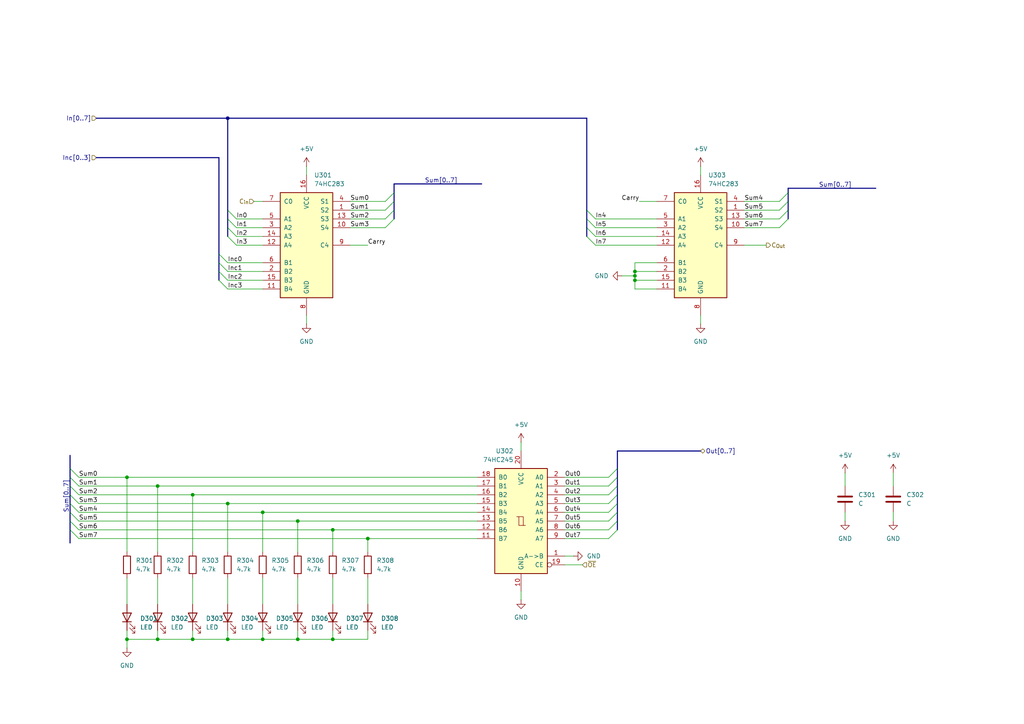
<source format=kicad_sch>
(kicad_sch (version 20231120) (generator "eeschema") (generator_version "8.0")
  (paper "A4")
  (lib_symbols
    (symbol "74xx:74HC245" (pin_names (offset 1.016))
      (property "Reference" "U" (at -7.62 16.51 0))
      (property "Value" "74HC245" (at -7.62 -16.51 0))
      (symbol "74HC245_1_0"
        (polyline (pts (xy -0.635 -1.27) (xy -0.635 1.27) (xy 0.635 1.27)))
        (polyline (pts (xy -1.27 -1.27) (xy 0.635 -1.27) (xy 0.635 1.27) (xy 1.27 1.27)))
        (pin input line (at -12.7 -10.16 0) (length 5.08) (name "A->B") (number "1"))
        (pin power_in line (at 0 -20.32 90) (length 5.08) (name "GND") (number "10"))
        (pin tri_state line (at 12.7 -5.08 180) (length 5.08) (name "B7") (number "11"))
        (pin tri_state line (at 12.7 -2.54 180) (length 5.08) (name "B6") (number "12"))
        (pin tri_state line (at 12.7 0 180) (length 5.08) (name "B5") (number "13"))
        (pin tri_state line (at 12.7 2.54 180) (length 5.08) (name "B4") (number "14"))
        (pin tri_state line (at 12.7 5.08 180) (length 5.08) (name "B3") (number "15"))
        (pin tri_state line (at 12.7 7.62 180) (length 5.08) (name "B2") (number "16"))
        (pin tri_state line (at 12.7 10.16 180) (length 5.08) (name "B1") (number "17"))
        (pin tri_state line (at 12.7 12.7 180) (length 5.08) (name "B0") (number "18"))
        (pin input inverted (at -12.7 -12.7 0) (length 5.08) (name "CE") (number "19"))
        (pin tri_state line (at -12.7 12.7 0) (length 5.08) (name "A0") (number "2"))
        (pin power_in line (at 0 20.32 270) (length 5.08) (name "VCC") (number "20"))
        (pin tri_state line (at -12.7 10.16 0) (length 5.08) (name "A1") (number "3"))
        (pin tri_state line (at -12.7 7.62 0) (length 5.08) (name "A2") (number "4"))
        (pin tri_state line (at -12.7 5.08 0) (length 5.08) (name "A3") (number "5"))
        (pin tri_state line (at -12.7 2.54 0) (length 5.08) (name "A4") (number "6"))
        (pin tri_state line (at -12.7 0 0) (length 5.08) (name "A5") (number "7"))
        (pin tri_state line (at -12.7 -2.54 0) (length 5.08) (name "A6") (number "8"))
        (pin tri_state line (at -12.7 -5.08 0) (length 5.08) (name "A7") (number "9"))
      )
      (symbol "74HC245_1_1"
        (rectangle (start -7.62 15.24) (end 7.62 -15.24) (stroke (width 0.254)) (fill (type background)))
      )
    )
    (symbol "74xx:74LS283" (pin_names (offset 1.016))
      (property "Reference" "U" (at -7.62 16.51 0))
      (property "Value" "74LS283" (at -7.62 -16.51 0))
      (symbol "74LS283_1_0"
        (pin output line (at 12.7 10.16 180) (length 5.08) (name "S2") (number "1"))
        (pin output line (at 12.7 5.08 180) (length 5.08) (name "S4") (number "10"))
        (pin input line (at -12.7 -12.7 0) (length 5.08) (name "B4") (number "11"))
        (pin input line (at -12.7 0 0) (length 5.08) (name "A4") (number "12"))
        (pin output line (at 12.7 7.62 180) (length 5.08) (name "S3") (number "13"))
        (pin input line (at -12.7 2.54 0) (length 5.08) (name "A3") (number "14"))
        (pin input line (at -12.7 -10.16 0) (length 5.08) (name "B3") (number "15"))
        (pin power_in line (at 0 20.32 270) (length 5.08) (name "VCC") (number "16"))
        (pin input line (at -12.7 -7.62 0) (length 5.08) (name "B2") (number "2"))
        (pin input line (at -12.7 5.08 0) (length 5.08) (name "A2") (number "3"))
        (pin output line (at 12.7 12.7 180) (length 5.08) (name "S1") (number "4"))
        (pin input line (at -12.7 7.62 0) (length 5.08) (name "A1") (number "5"))
        (pin input line (at -12.7 -5.08 0) (length 5.08) (name "B1") (number "6"))
        (pin input line (at -12.7 12.7 0) (length 5.08) (name "C0") (number "7"))
        (pin power_in line (at 0 -20.32 90) (length 5.08) (name "GND") (number "8"))
        (pin output line (at 12.7 0 180) (length 5.08) (name "C4") (number "9"))
      )
      (symbol "74LS283_1_1"
        (rectangle (start -7.62 15.24) (end 7.62 -15.24) (stroke (width 0.254)) (fill (type background)))
      )
    )
    (symbol "Device:C" (pin_numbers hide) (pin_names (offset 0.254))
      (property "Reference" "C" (at 0.635 2.54 0))
      (property "Value" "C" (at 0.635 -2.54 0))
      (symbol "C_0_1"
        (polyline (pts (xy -2.032 -0.762) (xy 2.032 -0.762)) (stroke (width 0.508)))
        (polyline (pts (xy -2.032 0.762) (xy 2.032 0.762)) (stroke (width 0.508)))
      )
      (symbol "C_1_1"
        (pin passive line (at 0 3.81 270) (length 2.794) (name "~") (number "1"))
        (pin passive line (at 0 -3.81 90) (length 2.794) (name "~") (number "2"))
      )
    )
    (symbol "Device:LED" (pin_numbers hide) (pin_names (offset 1.016) hide)
      (property "Reference" "D" (at 0 2.54 0))
      (property "Value" "LED" (at 0 -2.54 0))
      (symbol "LED_0_1"
        (polyline (pts (xy -1.27 -1.27) (xy -1.27 1.27)) (stroke (width 0.254)))
        (polyline (pts (xy -1.27 0) (xy 1.27 0)))
        (polyline (pts (xy 1.27 -1.27) (xy 1.27 1.27) (xy -1.27 0) (xy 1.27 -1.27)) (stroke (width 0.254)))
        (polyline (pts (xy -3.048 -0.762) (xy -4.572 -2.286) (xy -3.81 -2.286) (xy -4.572 -2.286) (xy -4.572 -1.524)))
        (polyline (pts (xy -1.778 -0.762) (xy -3.302 -2.286) (xy -2.54 -2.286) (xy -3.302 -2.286) (xy -3.302 -1.524)))
      )
      (symbol "LED_1_1"
        (pin passive line (at -3.81 0 0) (length 2.54) (name "K") (number "1"))
        (pin passive line (at 3.81 0 180) (length 2.54) (name "A") (number "2"))
      )
    )
    (symbol "Device:R" (pin_numbers hide) (pin_names (offset 0))
      (property "Reference" "R" (at 2.032 0 90))
      (property "Value" "R" (at 0 0 90))
      (symbol "R_0_1"
        (rectangle (start -1.016 -2.54) (end 1.016 2.54) (stroke (width 0.254)))
      )
      (symbol "R_1_1"
        (pin passive line (at 0 3.81 270) (length 1.27) (name "~") (number "1"))
        (pin passive line (at 0 -3.81 90) (length 1.27) (name "~") (number "2"))
      )
    )
    (symbol "power:+5V" (power) (pin_numbers hide) (pin_names (offset 0) hide)
      (property "Value" "+5V" (at 0 3.556 0))
      (symbol "+5V_0_1"
        (polyline (pts (xy -0.762 1.27) (xy 0 2.54)))
        (polyline (pts (xy 0 0) (xy 0 2.54)))
        (polyline (pts (xy 0 2.54) (xy 0.762 1.27)))
      )
      (symbol "+5V_1_1"
        (pin power_in line (at 0 0 90) (length 0) (name "~") (number "1"))
      )
    )
    (symbol "power:GND" (power) (pin_numbers hide) (pin_names (offset 0) hide)
      (property "Value" "GND" (at 0 -3.81 0))
      (symbol "GND_0_1"
        (polyline (pts (xy 0 0) (xy 0 -1.27) (xy 1.27 -1.27) (xy 0 -2.54) (xy -1.27 -1.27) (xy 0 -1.27)))
      )
      (symbol "GND_1_1"
        (pin power_in line (at 0 0 270) (length 0) (name "~") (number "1"))
      )
    )
  )
  (junction (at 96.52 185.42))
  (junction (at 184.15 78.74))
  (junction (at 55.88 143.51))
  (junction (at 55.88 185.42))
  (junction (at 76.2 185.42))
  (junction (at 66.04 34.29))
  (junction (at 184.15 81.28))
  (junction (at 106.68 156.21))
  (junction (at 184.15 80.01))
  (junction (at 86.36 151.13))
  (junction (at 45.72 185.42))
  (junction (at 66.04 185.42))
  (junction (at 36.83 185.42))
  (junction (at 66.04 146.05))
  (junction (at 36.83 138.43))
  (junction (at 86.36 185.42))
  (junction (at 45.72 140.97))
  (junction (at 96.52 153.67))
  (junction (at 76.2 148.59))
  (bus_entry (at 179.07 143.51) (size -2.54 2.54))
  (bus_entry (at 66.04 66.04) (size 2.54 2.54))
  (bus_entry (at 114.3 63.5) (size -2.54 2.54))
  (bus_entry (at 179.07 151.13) (size -2.54 2.54))
  (bus_entry (at 66.04 63.5) (size 2.54 2.54))
  (bus_entry (at 20.32 138.43) (size 2.54 2.54))
  (bus_entry (at 114.3 55.88) (size -2.54 2.54))
  (bus_entry (at 228.6 60.96) (size -2.54 2.54))
  (bus_entry (at 170.18 63.5) (size 2.54 2.54))
  (bus_entry (at 170.18 68.58) (size 2.54 2.54))
  (bus_entry (at 20.32 140.97) (size 2.54 2.54))
  (bus_entry (at 20.32 135.89) (size 2.54 2.54))
  (bus_entry (at 228.6 63.5) (size -2.54 2.54))
  (bus_entry (at 179.07 140.97) (size -2.54 2.54))
  (bus_entry (at 114.3 60.96) (size -2.54 2.54))
  (bus_entry (at 179.07 138.43) (size -2.54 2.54))
  (bus_entry (at 66.04 68.58) (size 2.54 2.54))
  (bus_entry (at 20.32 148.59) (size 2.54 2.54))
  (bus_entry (at 114.3 58.42) (size -2.54 2.54))
  (bus_entry (at 63.5 73.66) (size 2.54 2.54))
  (bus_entry (at 20.32 143.51) (size 2.54 2.54))
  (bus_entry (at 20.32 153.67) (size 2.54 2.54))
  (bus_entry (at 228.6 55.88) (size -2.54 2.54))
  (bus_entry (at 20.32 146.05) (size 2.54 2.54))
  (bus_entry (at 170.18 60.96) (size 2.54 2.54))
  (bus_entry (at 63.5 78.74) (size 2.54 2.54))
  (bus_entry (at 179.07 146.05) (size -2.54 2.54))
  (bus_entry (at 179.07 135.89) (size -2.54 2.54))
  (bus_entry (at 179.07 148.59) (size -2.54 2.54))
  (bus_entry (at 63.5 81.28) (size 2.54 2.54))
  (bus_entry (at 63.5 76.2) (size 2.54 2.54))
  (bus_entry (at 20.32 151.13) (size 2.54 2.54))
  (bus_entry (at 170.18 66.04) (size 2.54 2.54))
  (bus_entry (at 66.04 60.96) (size 2.54 2.54))
  (bus_entry (at 179.07 153.67) (size -2.54 2.54))
  (bus_entry (at 228.6 58.42) (size -2.54 2.54))
  (bus (pts (xy 170.18 60.96) (xy 170.18 63.5)))
  (bus (pts (xy 66.04 34.29) (xy 170.18 34.29)))
  (wire (pts (xy 184.15 76.2) (xy 184.15 78.74)))
  (wire (pts (xy 101.6 58.42) (xy 111.76 58.42)))
  (wire (pts (xy 66.04 83.82) (xy 76.2 83.82)))
  (wire (pts (xy 215.9 60.96) (xy 226.06 60.96)))
  (wire (pts (xy 184.15 78.74) (xy 184.15 80.01)))
  (bus (pts (xy 179.07 143.51) (xy 179.07 146.05)))
  (wire (pts (xy 96.52 153.67) (xy 96.52 160.02)))
  (wire (pts (xy 184.15 81.28) (xy 184.15 83.82)))
  (wire (pts (xy 76.2 148.59) (xy 76.2 160.02)))
  (wire (pts (xy 101.6 66.04) (xy 111.76 66.04)))
  (bus (pts (xy 66.04 66.04) (xy 66.04 68.58)))
  (wire (pts (xy 66.04 76.2) (xy 76.2 76.2)))
  (bus (pts (xy 179.07 130.81) (xy 179.07 135.89)))
  (wire (pts (xy 36.83 138.43) (xy 138.43 138.43)))
  (wire (pts (xy 73.66 58.42) (xy 76.2 58.42)))
  (bus (pts (xy 228.6 55.88) (xy 228.6 58.42)))
  (wire (pts (xy 22.86 138.43) (xy 36.83 138.43)))
  (wire (pts (xy 22.86 143.51) (xy 55.88 143.51)))
  (wire (pts (xy 45.72 140.97) (xy 138.43 140.97)))
  (bus (pts (xy 20.32 140.97) (xy 20.32 143.51)))
  (wire (pts (xy 163.83 156.21) (xy 176.53 156.21)))
  (wire (pts (xy 55.88 167.64) (xy 55.88 175.26)))
  (wire (pts (xy 184.15 80.01) (xy 184.15 81.28)))
  (wire (pts (xy 106.68 185.42) (xy 106.68 182.88)))
  (bus (pts (xy 20.32 138.43) (xy 20.32 140.97)))
  (wire (pts (xy 185.42 58.42) (xy 190.5 58.42)))
  (bus (pts (xy 228.6 60.96) (xy 228.6 63.5)))
  (wire (pts (xy 36.83 185.42) (xy 45.72 185.42)))
  (bus (pts (xy 63.5 45.72) (xy 63.5 73.66)))
  (bus (pts (xy 228.6 58.42) (xy 228.6 60.96)))
  (wire (pts (xy 203.2 48.26) (xy 203.2 50.8)))
  (wire (pts (xy 96.52 153.67) (xy 138.43 153.67)))
  (wire (pts (xy 96.52 167.64) (xy 96.52 175.26)))
  (wire (pts (xy 86.36 182.88) (xy 86.36 185.42)))
  (bus (pts (xy 27.94 34.29) (xy 66.04 34.29)))
  (wire (pts (xy 245.11 148.59) (xy 245.11 151.13)))
  (wire (pts (xy 88.9 91.44) (xy 88.9 93.98)))
  (bus (pts (xy 179.07 148.59) (xy 179.07 151.13)))
  (wire (pts (xy 86.36 151.13) (xy 138.43 151.13)))
  (wire (pts (xy 163.83 151.13) (xy 176.53 151.13)))
  (bus (pts (xy 179.07 146.05) (xy 179.07 148.59)))
  (wire (pts (xy 45.72 140.97) (xy 45.72 160.02)))
  (bus (pts (xy 20.32 151.13) (xy 20.32 153.67)))
  (wire (pts (xy 66.04 146.05) (xy 66.04 160.02)))
  (wire (pts (xy 163.83 138.43) (xy 176.53 138.43)))
  (wire (pts (xy 172.72 66.04) (xy 190.5 66.04)))
  (wire (pts (xy 36.83 185.42) (xy 36.83 187.96)))
  (bus (pts (xy 179.07 135.89) (xy 179.07 138.43)))
  (bus (pts (xy 254 54.61) (xy 228.6 54.61)))
  (wire (pts (xy 172.72 63.5) (xy 190.5 63.5)))
  (wire (pts (xy 245.11 137.16) (xy 245.11 140.97)))
  (wire (pts (xy 101.6 71.12) (xy 106.68 71.12)))
  (wire (pts (xy 66.04 182.88) (xy 66.04 185.42)))
  (bus (pts (xy 170.18 66.04) (xy 170.18 68.58)))
  (wire (pts (xy 68.58 71.12) (xy 76.2 71.12)))
  (wire (pts (xy 168.91 163.83) (xy 163.83 163.83)))
  (wire (pts (xy 215.9 58.42) (xy 226.06 58.42)))
  (wire (pts (xy 66.04 167.64) (xy 66.04 175.26)))
  (bus (pts (xy 228.6 54.61) (xy 228.6 55.88)))
  (wire (pts (xy 163.83 146.05) (xy 176.53 146.05)))
  (wire (pts (xy 66.04 146.05) (xy 138.43 146.05)))
  (wire (pts (xy 184.15 83.82) (xy 190.5 83.82)))
  (wire (pts (xy 215.9 66.04) (xy 226.06 66.04)))
  (wire (pts (xy 76.2 167.64) (xy 76.2 175.26)))
  (wire (pts (xy 36.83 167.64) (xy 36.83 175.26)))
  (wire (pts (xy 163.83 153.67) (xy 176.53 153.67)))
  (bus (pts (xy 203.2 130.81) (xy 179.07 130.81)))
  (wire (pts (xy 22.86 151.13) (xy 86.36 151.13)))
  (bus (pts (xy 170.18 63.5) (xy 170.18 66.04)))
  (wire (pts (xy 76.2 182.88) (xy 76.2 185.42)))
  (wire (pts (xy 55.88 182.88) (xy 55.88 185.42)))
  (wire (pts (xy 163.83 161.29) (xy 166.37 161.29)))
  (bus (pts (xy 27.94 45.72) (xy 63.5 45.72)))
  (bus (pts (xy 170.18 34.29) (xy 170.18 60.96)))
  (wire (pts (xy 45.72 167.64) (xy 45.72 175.26)))
  (bus (pts (xy 179.07 140.97) (xy 179.07 143.51)))
  (bus (pts (xy 66.04 34.29) (xy 66.04 60.96)))
  (wire (pts (xy 106.68 156.21) (xy 106.68 160.02)))
  (bus (pts (xy 179.07 138.43) (xy 179.07 140.97)))
  (wire (pts (xy 86.36 185.42) (xy 96.52 185.42)))
  (wire (pts (xy 22.86 140.97) (xy 45.72 140.97)))
  (bus (pts (xy 20.32 146.05) (xy 20.32 148.59)))
  (wire (pts (xy 106.68 167.64) (xy 106.68 175.26)))
  (wire (pts (xy 36.83 182.88) (xy 36.83 185.42)))
  (bus (pts (xy 20.32 148.59) (xy 20.32 151.13)))
  (bus (pts (xy 114.3 53.34) (xy 114.3 55.88)))
  (wire (pts (xy 55.88 185.42) (xy 66.04 185.42)))
  (wire (pts (xy 163.83 140.97) (xy 176.53 140.97)))
  (wire (pts (xy 259.08 148.59) (xy 259.08 151.13)))
  (wire (pts (xy 36.83 138.43) (xy 36.83 160.02)))
  (wire (pts (xy 22.86 156.21) (xy 106.68 156.21)))
  (wire (pts (xy 68.58 66.04) (xy 76.2 66.04)))
  (wire (pts (xy 172.72 71.12) (xy 190.5 71.12)))
  (bus (pts (xy 179.07 151.13) (xy 179.07 153.67)))
  (bus (pts (xy 139.7 53.34) (xy 114.3 53.34)))
  (wire (pts (xy 22.86 146.05) (xy 66.04 146.05)))
  (wire (pts (xy 172.72 68.58) (xy 190.5 68.58)))
  (bus (pts (xy 63.5 73.66) (xy 63.5 76.2)))
  (wire (pts (xy 215.9 71.12) (xy 222.25 71.12)))
  (wire (pts (xy 215.9 63.5) (xy 226.06 63.5)))
  (bus (pts (xy 66.04 60.96) (xy 66.04 63.5)))
  (wire (pts (xy 76.2 185.42) (xy 86.36 185.42)))
  (wire (pts (xy 45.72 185.42) (xy 55.88 185.42)))
  (wire (pts (xy 190.5 76.2) (xy 184.15 76.2)))
  (wire (pts (xy 68.58 63.5) (xy 76.2 63.5)))
  (wire (pts (xy 76.2 148.59) (xy 138.43 148.59)))
  (wire (pts (xy 86.36 167.64) (xy 86.36 175.26)))
  (bus (pts (xy 20.32 153.67) (xy 20.32 157.48)))
  (bus (pts (xy 20.32 135.89) (xy 20.32 138.43)))
  (bus (pts (xy 20.32 132.08) (xy 20.32 135.89)))
  (wire (pts (xy 151.13 128.27) (xy 151.13 130.81)))
  (bus (pts (xy 63.5 76.2) (xy 63.5 78.74)))
  (bus (pts (xy 20.32 143.51) (xy 20.32 146.05)))
  (wire (pts (xy 96.52 182.88) (xy 96.52 185.42)))
  (wire (pts (xy 45.72 182.88) (xy 45.72 185.42)))
  (wire (pts (xy 55.88 143.51) (xy 138.43 143.51)))
  (wire (pts (xy 259.08 137.16) (xy 259.08 140.97)))
  (bus (pts (xy 114.3 55.88) (xy 114.3 58.42)))
  (bus (pts (xy 114.3 60.96) (xy 114.3 63.5)))
  (wire (pts (xy 180.34 80.01) (xy 184.15 80.01)))
  (wire (pts (xy 22.86 148.59) (xy 76.2 148.59)))
  (wire (pts (xy 163.83 148.59) (xy 176.53 148.59)))
  (wire (pts (xy 66.04 81.28) (xy 76.2 81.28)))
  (wire (pts (xy 55.88 143.51) (xy 55.88 160.02)))
  (bus (pts (xy 66.04 63.5) (xy 66.04 66.04)))
  (wire (pts (xy 151.13 171.45) (xy 151.13 173.99)))
  (wire (pts (xy 66.04 78.74) (xy 76.2 78.74)))
  (wire (pts (xy 203.2 91.44) (xy 203.2 93.98)))
  (wire (pts (xy 68.58 68.58) (xy 76.2 68.58)))
  (bus (pts (xy 63.5 78.74) (xy 63.5 81.28)))
  (wire (pts (xy 184.15 78.74) (xy 190.5 78.74)))
  (wire (pts (xy 96.52 185.42) (xy 106.68 185.42)))
  (wire (pts (xy 88.9 48.26) (xy 88.9 50.8)))
  (wire (pts (xy 101.6 63.5) (xy 111.76 63.5)))
  (wire (pts (xy 163.83 143.51) (xy 176.53 143.51)))
  (wire (pts (xy 101.6 60.96) (xy 111.76 60.96)))
  (wire (pts (xy 184.15 81.28) (xy 190.5 81.28)))
  (wire (pts (xy 86.36 151.13) (xy 86.36 160.02)))
  (wire (pts (xy 66.04 185.42) (xy 76.2 185.42)))
  (wire (pts (xy 106.68 156.21) (xy 138.43 156.21)))
  (wire (pts (xy 22.86 153.67) (xy 96.52 153.67)))
  (bus (pts (xy 114.3 58.42) (xy 114.3 60.96)))
  (label "In0" (at 68.58 63.5 0))
  (label "Sum[0..7]" (at 20.32 148.59 90))
  (label "Sum1" (at 22.86 140.97 0))
  (label "Out3" (at 163.83 146.05 0))
  (label "Sum1" (at 101.6 60.96 0))
  (label "Inc3" (at 66.04 83.82 0))
  (label "Sum2" (at 22.86 143.51 0))
  (label "Sum5" (at 22.86 151.13 0))
  (label "Sum0" (at 101.6 58.42 0))
  (label "Inc1" (at 66.04 78.74 0))
  (label "Out0" (at 163.83 138.43 0))
  (label "Carry" (at 106.68 71.12 0))
  (label "Out5" (at 163.83 151.13 0))
  (label "Inc2" (at 66.04 81.28 0))
  (label "Sum[0..7]" (at 237.49 54.61 0))
  (label "Sum7" (at 215.9 66.04 0))
  (label "Out1" (at 163.83 140.97 0))
  (label "Carry" (at 185.42 58.42 180))
  (label "Sum2" (at 101.6 63.5 0))
  (label "In4" (at 172.72 63.5 0))
  (label "Sum5" (at 215.9 60.96 0))
  (label "In6" (at 172.72 68.58 0))
  (label "Out2" (at 163.83 143.51 0))
  (label "In3" (at 68.58 71.12 0))
  (label "In5" (at 172.72 66.04 0))
  (label "Sum3" (at 22.86 146.05 0))
  (label "In7" (at 172.72 71.12 0))
  (label "Sum4" (at 215.9 58.42 0))
  (label "Sum6" (at 215.9 63.5 0))
  (label "Sum6" (at 22.86 153.67 0))
  (label "In1" (at 68.58 66.04 0))
  (label "Out6" (at 163.83 153.67 0))
  (label "Sum3" (at 101.6 66.04 0))
  (label "In2" (at 68.58 68.58 0))
  (label "Sum4" (at 22.86 148.59 0))
  (label "Sum7" (at 22.86 156.21 0))
  (label "Out7" (at 163.83 156.21 0))
  (label "Sum[0..7]" (at 123.19 53.34 0))
  (label "Out4" (at 163.83 148.59 0))
  (label "Sum0" (at 22.86 138.43 0))
  (label "Inc0" (at 66.04 76.2 0))
  (hierarchical_label "C_{Out}" (shape output) (at 222.25 71.12 0))
  (hierarchical_label "In[0..7]" (shape input) (at 27.94 34.29 180))
  (hierarchical_label "Inc[0..3]" (shape input) (at 27.94 45.72 180))
  (hierarchical_label "Out[0..7]" (shape tri_state) (at 203.2 130.81 0))
  (hierarchical_label "C_{in}" (shape input) (at 73.66 58.42 180))
  (hierarchical_label "~{OE}" (shape input) (at 168.91 163.83 0))
  (symbol (lib_id "Device:R") (at 45.72 163.83 0) (unit 1)
    (property "Reference" "R302" (at 48.26 162.5599 0) (effects (justify left)))
    (property "Value" "4.7k" (at 48.26 165.0999 0) (effects (justify left)))
    (property "Footprint" "Resistor_SMD:R_0603_1608Metric" (effects (hide yes)))
    (property "Datasheet" "https://wmsc.lcsc.com/wmsc/upload/file/pdf/v2/lcsc/2206010116_UNI-ROYAL-Uniroyal-Elec-0603WAF4701T5E_C23162.pdf" (effects (hide yes)))
    (property "Description" "Resistor" (effects (hide yes)))
    (property "LCSC" "C23162" (effects (hide yes)))
    (instances (project "Incrementer" (path "" (reference "R302") (unit 1)) (path "" (reference "R202") (unit 1))))
  )
  (symbol (lib_id "Device:LED") (at 36.83 179.07 90) (unit 1)
    (property "Reference" "D301" (at 40.64 179.3874 90) (effects (justify right)))
    (property "Value" "LED" (at 40.64 181.9274 90) (effects (justify right)))
    (property "Footprint" "LED_SMD:LED_0603_1608Metric" (effects (hide yes)))
    (property "Datasheet" "https://wmsc.lcsc.com/wmsc/upload/file/pdf/v2/lcsc/2305091500_Hubei-KENTO-Elec-KT-0603W_C2290.pdf" (effects (hide yes)))
    (property "Description" "Light emitting diode (White)" (effects (hide yes)))
    (property "LCSC" "C2290" (effects (hide yes)))
    (instances (project "Incrementer" (path "" (reference "D301") (unit 1)) (path "" (reference "D201") (unit 1))))
  )
  (symbol (lib_id "Device:R") (at 36.83 163.83 0) (unit 1)
    (property "Reference" "R301" (at 39.37 162.5599 0) (effects (justify left)))
    (property "Value" "4.7k" (at 39.37 165.0999 0) (effects (justify left)))
    (property "Footprint" "Resistor_SMD:R_0603_1608Metric" (effects (hide yes)))
    (property "Datasheet" "https://wmsc.lcsc.com/wmsc/upload/file/pdf/v2/lcsc/2206010116_UNI-ROYAL-Uniroyal-Elec-0603WAF4701T5E_C23162.pdf" (effects (hide yes)))
    (property "Description" "Resistor" (effects (hide yes)))
    (property "LCSC" "C23162" (effects (hide yes)))
    (instances (project "Incrementer" (path "" (reference "R301") (unit 1)) (path "" (reference "R201") (unit 1))))
  )
  (symbol (lib_id "power:GND") (at 180.34 80.01 270) (unit 1)
    (property "Reference" "#PWR0306" (effects (hide yes)))
    (property "Value" "GND" (at 176.53 80.0099 90) (effects (justify right)))
    (property "Description" "Power symbol creates a global label with name \"GND\" , ground" (effects (hide yes)))
    (instances (project "" (path "" (reference "#PWR0306") (unit 1)) (path "" (reference "#PWR0206") (unit 1))))
  )
  (symbol (lib_id "Device:R") (at 76.2 163.83 0) (unit 1)
    (property "Reference" "R305" (at 78.74 162.5599 0) (effects (justify left)))
    (property "Value" "4.7k" (at 78.74 165.0999 0) (effects (justify left)))
    (property "Footprint" "Resistor_SMD:R_0603_1608Metric" (effects (hide yes)))
    (property "Datasheet" "https://wmsc.lcsc.com/wmsc/upload/file/pdf/v2/lcsc/2206010116_UNI-ROYAL-Uniroyal-Elec-0603WAF4701T5E_C23162.pdf" (effects (hide yes)))
    (property "Description" "Resistor" (effects (hide yes)))
    (property "LCSC" "C23162" (effects (hide yes)))
    (instances (project "Incrementer" (path "" (reference "R305") (unit 1)) (path "" (reference "R205") (unit 1))))
  )
  (symbol (lib_id "Device:LED") (at 86.36 179.07 90) (unit 1)
    (property "Reference" "D306" (at 90.17 179.3874 90) (effects (justify right)))
    (property "Value" "LED" (at 90.17 181.9274 90) (effects (justify right)))
    (property "Footprint" "LED_SMD:LED_0603_1608Metric" (effects (hide yes)))
    (property "Datasheet" "https://wmsc.lcsc.com/wmsc/upload/file/pdf/v2/lcsc/2305091500_Hubei-KENTO-Elec-KT-0603W_C2290.pdf" (effects (hide yes)))
    (property "Description" "Light emitting diode (White)" (effects (hide yes)))
    (property "LCSC" "C2290" (effects (hide yes)))
    (instances (project "Incrementer" (path "" (reference "D306") (unit 1)) (path "" (reference "D206") (unit 1))))
  )
  (symbol (lib_id "power:+5V") (at 88.9 48.26 0) (unit 1)
    (property "Reference" "#PWR0302" (effects (hide yes)))
    (property "Value" "+5V" (at 88.9 43.18 0))
    (property "Description" "Power symbol creates a global label with name \"+5V\"" (effects (hide yes)))
    (instances (project "" (path "" (reference "#PWR0302") (unit 1)) (path "" (reference "#PWR0202") (unit 1))))
  )
  (symbol (lib_id "74xx:74LS283") (at 88.9 71.12 0) (unit 1)
    (property "Reference" "U301" (at 91.0941 50.8 0) (effects (justify left)))
    (property "Value" "74HC283" (at 91.0941 53.34 0) (effects (justify left)))
    (property "Footprint" "Package_DIP:DIP-16_W7.62mm_Socket" (effects (hide yes)))
    (property "Datasheet" "https://www.ti.com/lit/ds/symlink/cd74hc283.pdf" (effects (hide yes)))
    (property "Description" "4-bit full Adder" (effects (hide yes)))
    (instances (project "" (path "" (reference "U301") (unit 1)) (path "" (reference "U201") (unit 1))))
  )
  (symbol (lib_id "power:GND") (at 259.08 151.13 0) (unit 1)
    (property "Reference" "#PWR0212" (effects (hide yes)))
    (property "Value" "GND" (at 259.08 156.21 0))
    (property "Description" "Power symbol creates a global label with name \"GND\" , ground" (effects (hide yes)))
    (instances (project "Incrementer" (path "" (reference "#PWR0312") (unit 1)) (path "" (reference "#PWR0212") (unit 1))))
  )
  (symbol (lib_id "power:GND") (at 166.37 161.29 90) (unit 1)
    (property "Reference" "#PWR0213" (effects (hide yes)))
    (property "Value" "GND" (at 170.18 161.2899 90) (effects (justify right)))
    (property "Description" "Power symbol creates a global label with name \"GND\" , ground" (effects (hide yes)))
    (instances (project "" (path "" (reference "#PWR0313") (unit 1)) (path "" (reference "#PWR0213") (unit 1))))
  )
  (symbol (lib_id "Device:R") (at 66.04 163.83 0) (unit 1)
    (property "Reference" "R304" (at 68.58 162.5599 0) (effects (justify left)))
    (property "Value" "4.7k" (at 68.58 165.0999 0) (effects (justify left)))
    (property "Footprint" "Resistor_SMD:R_0603_1608Metric" (effects (hide yes)))
    (property "Datasheet" "https://wmsc.lcsc.com/wmsc/upload/file/pdf/v2/lcsc/2206010116_UNI-ROYAL-Uniroyal-Elec-0603WAF4701T5E_C23162.pdf" (effects (hide yes)))
    (property "Description" "Resistor" (effects (hide yes)))
    (property "LCSC" "C23162" (effects (hide yes)))
    (instances (project "Incrementer" (path "" (reference "R304") (unit 1)) (path "" (reference "R204") (unit 1))))
  )
  (symbol (lib_id "Device:C") (at 259.08 144.78 0) (unit 1)
    (property "Reference" "C202" (at 262.89 143.5099 0) (effects (justify left)))
    (property "Value" "C" (at 262.89 146.0499 0) (effects (justify left)))
    (property "Footprint" "Capacitor_SMD:C_0603_1608Metric" (effects (hide yes)))
    (property "Datasheet" "https://wmsc.lcsc.com/wmsc/upload/file/pdf/v2/lcsc/2211101700_YAGEO-CC0603KRX7R9BB104_C14663.pdf" (effects (hide yes)))
    (property "Description" "Unpolarized capacitor" (effects (hide yes)))
    (property "LCSC" "C14663" (effects (hide yes)))
    (instances (project "Incrementer" (path "" (reference "C302") (unit 1)) (path "" (reference "C202") (unit 1))))
  )
  (symbol (lib_id "Device:LED") (at 106.68 179.07 90) (unit 1)
    (property "Reference" "D308" (at 110.49 179.3874 90) (effects (justify right)))
    (property "Value" "LED" (at 110.49 181.9274 90) (effects (justify right)))
    (property "Footprint" "LED_SMD:LED_0603_1608Metric" (effects (hide yes)))
    (property "Datasheet" "https://wmsc.lcsc.com/wmsc/upload/file/pdf/v2/lcsc/2305091500_Hubei-KENTO-Elec-KT-0603W_C2290.pdf" (effects (hide yes)))
    (property "Description" "Light emitting diode (White)" (effects (hide yes)))
    (property "LCSC" "C2290" (effects (hide yes)))
    (instances (project "Incrementer" (path "" (reference "D308") (unit 1)) (path "" (reference "D208") (unit 1))))
  )
  (symbol (lib_id "Device:R") (at 96.52 163.83 0) (unit 1)
    (property "Reference" "R307" (at 99.06 162.5599 0) (effects (justify left)))
    (property "Value" "4.7k" (at 99.06 165.0999 0) (effects (justify left)))
    (property "Footprint" "Resistor_SMD:R_0603_1608Metric" (effects (hide yes)))
    (property "Datasheet" "https://wmsc.lcsc.com/wmsc/upload/file/pdf/v2/lcsc/2206010116_UNI-ROYAL-Uniroyal-Elec-0603WAF4701T5E_C23162.pdf" (effects (hide yes)))
    (property "Description" "Resistor" (effects (hide yes)))
    (property "LCSC" "C23162" (effects (hide yes)))
    (instances (project "Incrementer" (path "" (reference "R307") (unit 1)) (path "" (reference "R207") (unit 1))))
  )
  (symbol (lib_id "Device:LED") (at 55.88 179.07 90) (unit 1)
    (property "Reference" "D303" (at 59.69 179.3874 90) (effects (justify right)))
    (property "Value" "LED" (at 59.69 181.9274 90) (effects (justify right)))
    (property "Footprint" "LED_SMD:LED_0603_1608Metric" (effects (hide yes)))
    (property "Datasheet" "https://wmsc.lcsc.com/wmsc/upload/file/pdf/v2/lcsc/2305091500_Hubei-KENTO-Elec-KT-0603W_C2290.pdf" (effects (hide yes)))
    (property "Description" "Light emitting diode (White)" (effects (hide yes)))
    (property "LCSC" "C2290" (effects (hide yes)))
    (instances (project "Incrementer" (path "" (reference "D303") (unit 1)) (path "" (reference "D203") (unit 1))))
  )
  (symbol (lib_id "power:+5V") (at 203.2 48.26 0) (unit 1)
    (property "Reference" "#PWR0307" (effects (hide yes)))
    (property "Value" "+5V" (at 203.2 43.18 0))
    (property "Description" "Power symbol creates a global label with name \"+5V\"" (effects (hide yes)))
    (instances (project "" (path "" (reference "#PWR0307") (unit 1)) (path "" (reference "#PWR0207") (unit 1))))
  )
  (symbol (lib_id "74xx:74LS283") (at 203.2 71.12 0) (unit 1)
    (property "Reference" "U303" (at 205.3941 50.8 0) (effects (justify left)))
    (property "Value" "74HC283" (at 205.3941 53.34 0) (effects (justify left)))
    (property "Footprint" "Package_DIP:DIP-16_W7.62mm_Socket" (effects (hide yes)))
    (property "Datasheet" "https://www.ti.com/lit/ds/symlink/cd74hc283.pdf" (effects (hide yes)))
    (property "Description" "4-bit full Adder" (effects (hide yes)))
    (instances (project "" (path "" (reference "U303") (unit 1)) (path "" (reference "U203") (unit 1))))
  )
  (symbol (lib_id "power:GND") (at 36.83 187.96 0) (unit 1)
    (property "Reference" "#PWR0301" (effects (hide yes)))
    (property "Value" "GND" (at 36.83 193.04 0))
    (property "Description" "Power symbol creates a global label with name \"GND\" , ground" (effects (hide yes)))
    (instances (project "Incrementer" (path "" (reference "#PWR0301") (unit 1)) (path "" (reference "#PWR0201") (unit 1))))
  )
  (symbol (lib_id "power:GND") (at 151.13 173.99 0) (unit 1)
    (property "Reference" "#PWR0305" (effects (hide yes)))
    (property "Value" "GND" (at 151.13 179.07 0))
    (property "Description" "Power symbol creates a global label with name \"GND\" , ground" (effects (hide yes)))
    (instances (project "" (path "" (reference "#PWR0305") (unit 1)) (path "" (reference "#PWR0205") (unit 1))))
  )
  (symbol (lib_id "power:GND") (at 245.11 151.13 0) (unit 1)
    (property "Reference" "#PWR0210" (effects (hide yes)))
    (property "Value" "GND" (at 245.11 156.21 0))
    (property "Description" "Power symbol creates a global label with name \"GND\" , ground" (effects (hide yes)))
    (instances (project "Incrementer" (path "" (reference "#PWR0310") (unit 1)) (path "" (reference "#PWR0210") (unit 1))))
  )
  (symbol (lib_id "Device:LED") (at 45.72 179.07 90) (unit 1)
    (property "Reference" "D302" (at 49.53 179.3874 90) (effects (justify right)))
    (property "Value" "LED" (at 49.53 181.9274 90) (effects (justify right)))
    (property "Footprint" "LED_SMD:LED_0603_1608Metric" (effects (hide yes)))
    (property "Datasheet" "https://wmsc.lcsc.com/wmsc/upload/file/pdf/v2/lcsc/2305091500_Hubei-KENTO-Elec-KT-0603W_C2290.pdf" (effects (hide yes)))
    (property "Description" "Light emitting diode (White)" (effects (hide yes)))
    (property "LCSC" "C2290" (effects (hide yes)))
    (instances (project "Incrementer" (path "" (reference "D302") (unit 1)) (path "" (reference "D202") (unit 1))))
  )
  (symbol (lib_id "power:GND") (at 203.2 93.98 0) (unit 1)
    (property "Reference" "#PWR0308" (effects (hide yes)))
    (property "Value" "GND" (at 203.2 99.06 0))
    (property "Description" "Power symbol creates a global label with name \"GND\" , ground" (effects (hide yes)))
    (instances (project "" (path "" (reference "#PWR0308") (unit 1)) (path "" (reference "#PWR0208") (unit 1))))
  )
  (symbol (lib_id "Device:R") (at 55.88 163.83 0) (unit 1)
    (property "Reference" "R303" (at 58.42 162.5599 0) (effects (justify left)))
    (property "Value" "4.7k" (at 58.42 165.0999 0) (effects (justify left)))
    (property "Footprint" "Resistor_SMD:R_0603_1608Metric" (effects (hide yes)))
    (property "Datasheet" "https://wmsc.lcsc.com/wmsc/upload/file/pdf/v2/lcsc/2206010116_UNI-ROYAL-Uniroyal-Elec-0603WAF4701T5E_C23162.pdf" (effects (hide yes)))
    (property "Description" "Resistor" (effects (hide yes)))
    (property "LCSC" "C23162" (effects (hide yes)))
    (instances (project "Incrementer" (path "" (reference "R303") (unit 1)) (path "" (reference "R203") (unit 1))))
  )
  (symbol (lib_id "power:+5V") (at 245.11 137.16 0) (unit 1)
    (property "Reference" "#PWR0209" (effects (hide yes)))
    (property "Value" "+5V" (at 245.11 132.08 0))
    (property "Description" "Power symbol creates a global label with name \"+5V\"" (effects (hide yes)))
    (instances (project "Incrementer" (path "" (reference "#PWR0309") (unit 1)) (path "" (reference "#PWR0209") (unit 1))))
  )
  (symbol (lib_id "Device:LED") (at 96.52 179.07 90) (unit 1)
    (property "Reference" "D307" (at 100.33 179.3874 90) (effects (justify right)))
    (property "Value" "LED" (at 100.33 181.9274 90) (effects (justify right)))
    (property "Footprint" "LED_SMD:LED_0603_1608Metric" (effects (hide yes)))
    (property "Datasheet" "https://wmsc.lcsc.com/wmsc/upload/file/pdf/v2/lcsc/2305091500_Hubei-KENTO-Elec-KT-0603W_C2290.pdf" (effects (hide yes)))
    (property "Description" "Light emitting diode (White)" (effects (hide yes)))
    (property "LCSC" "C2290" (effects (hide yes)))
    (instances (project "Incrementer" (path "" (reference "D307") (unit 1)) (path "" (reference "D207") (unit 1))))
  )
  (symbol (lib_id "Device:R") (at 86.36 163.83 0) (unit 1)
    (property "Reference" "R306" (at 88.9 162.5599 0) (effects (justify left)))
    (property "Value" "4.7k" (at 88.9 165.0999 0) (effects (justify left)))
    (property "Footprint" "Resistor_SMD:R_0603_1608Metric" (effects (hide yes)))
    (property "Datasheet" "https://wmsc.lcsc.com/wmsc/upload/file/pdf/v2/lcsc/2206010116_UNI-ROYAL-Uniroyal-Elec-0603WAF4701T5E_C23162.pdf" (effects (hide yes)))
    (property "Description" "Resistor" (effects (hide yes)))
    (property "LCSC" "C23162" (effects (hide yes)))
    (instances (project "Incrementer" (path "" (reference "R306") (unit 1)) (path "" (reference "R206") (unit 1))))
  )
  (symbol (lib_id "power:+5V") (at 259.08 137.16 0) (unit 1)
    (property "Reference" "#PWR0211" (effects (hide yes)))
    (property "Value" "+5V" (at 259.08 132.08 0))
    (property "Description" "Power symbol creates a global label with name \"+5V\"" (effects (hide yes)))
    (instances (project "Incrementer" (path "" (reference "#PWR0311") (unit 1)) (path "" (reference "#PWR0211") (unit 1))))
  )
  (symbol (lib_id "74xx:74HC245") (at 151.13 151.13 0) (mirror y) (unit 1)
    (property "Reference" "U302" (at 148.9359 130.81 0) (effects (justify left)))
    (property "Value" "74HC245" (at 148.9359 133.35 0) (effects (justify left)))
    (property "Footprint" "Package_SO:SOIC-20W_7.5x12.8mm_P1.27mm" (effects (hide yes)))
    (property "Datasheet" "http://www.ti.com/lit/gpn/sn74HC245" (effects (hide yes)))
    (property "Description" "Octal BUS Transceivers, 3-State outputs" (effects (hide yes)))
    (property "LCSC" "C5625" (effects (hide yes)))
    (instances (project "Incrementer" (path "" (reference "U302") (unit 1)) (path "" (reference "U202") (unit 1))))
  )
  (symbol (lib_id "Device:C") (at 245.11 144.78 0) (unit 1)
    (property "Reference" "C201" (at 248.92 143.5099 0) (effects (justify left)))
    (property "Value" "C" (at 248.92 146.0499 0) (effects (justify left)))
    (property "Footprint" "Capacitor_SMD:C_0603_1608Metric" (effects (hide yes)))
    (property "Datasheet" "https://wmsc.lcsc.com/wmsc/upload/file/pdf/v2/lcsc/2211101700_YAGEO-CC0603KRX7R9BB104_C14663.pdf" (effects (hide yes)))
    (property "Description" "Unpolarized capacitor" (effects (hide yes)))
    (property "LCSC" "C14663" (effects (hide yes)))
    (instances (project "Incrementer" (path "" (reference "C301") (unit 1)) (path "" (reference "C201") (unit 1))))
  )
  (symbol (lib_id "Device:LED") (at 66.04 179.07 90) (unit 1)
    (property "Reference" "D304" (at 69.85 179.3874 90) (effects (justify right)))
    (property "Value" "LED" (at 69.85 181.9274 90) (effects (justify right)))
    (property "Footprint" "LED_SMD:LED_0603_1608Metric" (effects (hide yes)))
    (property "Datasheet" "https://wmsc.lcsc.com/wmsc/upload/file/pdf/v2/lcsc/2305091500_Hubei-KENTO-Elec-KT-0603W_C2290.pdf" (effects (hide yes)))
    (property "Description" "Light emitting diode (White)" (effects (hide yes)))
    (property "LCSC" "C2290" (effects (hide yes)))
    (instances (project "Incrementer" (path "" (reference "D304") (unit 1)) (path "" (reference "D204") (unit 1))))
  )
  (symbol (lib_id "Device:LED") (at 76.2 179.07 90) (unit 1)
    (property "Reference" "D305" (at 80.01 179.3874 90) (effects (justify right)))
    (property "Value" "LED" (at 80.01 181.9274 90) (effects (justify right)))
    (property "Footprint" "LED_SMD:LED_0603_1608Metric" (effects (hide yes)))
    (property "Datasheet" "https://wmsc.lcsc.com/wmsc/upload/file/pdf/v2/lcsc/2305091500_Hubei-KENTO-Elec-KT-0603W_C2290.pdf" (effects (hide yes)))
    (property "Description" "Light emitting diode (White)" (effects (hide yes)))
    (property "LCSC" "C2290" (effects (hide yes)))
    (instances (project "Incrementer" (path "" (reference "D305") (unit 1)) (path "" (reference "D205") (unit 1))))
  )
  (symbol (lib_id "power:GND") (at 88.9 93.98 0) (unit 1)
    (property "Reference" "#PWR0303" (effects (hide yes)))
    (property "Value" "GND" (at 88.9 99.06 0))
    (property "Description" "Power symbol creates a global label with name \"GND\" , ground" (effects (hide yes)))
    (instances (project "" (path "" (reference "#PWR0303") (unit 1)) (path "" (reference "#PWR0203") (unit 1))))
  )
  (symbol (lib_id "power:+5V") (at 151.13 128.27 0) (unit 1)
    (property "Reference" "#PWR0304" (effects (hide yes)))
    (property "Value" "+5V" (at 151.13 123.19 0))
    (property "Description" "Power symbol creates a global label with name \"+5V\"" (effects (hide yes)))
    (instances (project "" (path "" (reference "#PWR0304") (unit 1)) (path "" (reference "#PWR0204") (unit 1))))
  )
  (symbol (lib_id "Device:R") (at 106.68 163.83 0) (unit 1)
    (property "Reference" "R308" (at 109.22 162.5599 0) (effects (justify left)))
    (property "Value" "4.7k" (at 109.22 165.0999 0) (effects (justify left)))
    (property "Footprint" "Resistor_SMD:R_0603_1608Metric" (effects (hide yes)))
    (property "Datasheet" "https://wmsc.lcsc.com/wmsc/upload/file/pdf/v2/lcsc/2206010116_UNI-ROYAL-Uniroyal-Elec-0603WAF4701T5E_C23162.pdf" (effects (hide yes)))
    (property "Description" "Resistor" (effects (hide yes)))
    (property "LCSC" "C23162" (effects (hide yes)))
    (instances (project "Incrementer" (path "" (reference "R308") (unit 1)) (path "" (reference "R208") (unit 1))))
  )
)
</source>
